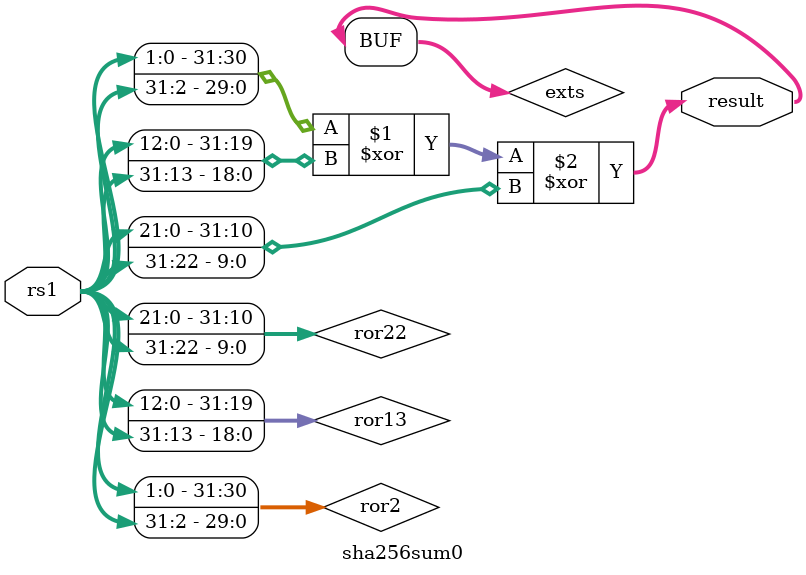
<source format=sv>

module sha256sum0 #(parameter WIDTH=32) 
   (input  logic [WIDTH-1:0] rs1,
    output logic [WIDTH-1:0] result);
   
   logic [31:0] 	     ror2;
   logic [31:0] 	     ror13;
   logic [31:0] 	     ror22;
   logic [31:0] 	     exts;
   
   assign ror2 = {rs1[1:0], rs1[31:2]};
   assign ror13 = {rs1[12:0], rs1[31:13]};
   assign ror22 = {rs1[21:0], rs1[31:22]};
   
   // Assign output to xor of 3 rotates
   assign exts = ror2 ^ ror13 ^ ror22;
   if (WIDTH==32) 
      assign result = exts;
   else 
     assign result = {{32{exts[31]}}, exts};
   
endmodule

</source>
